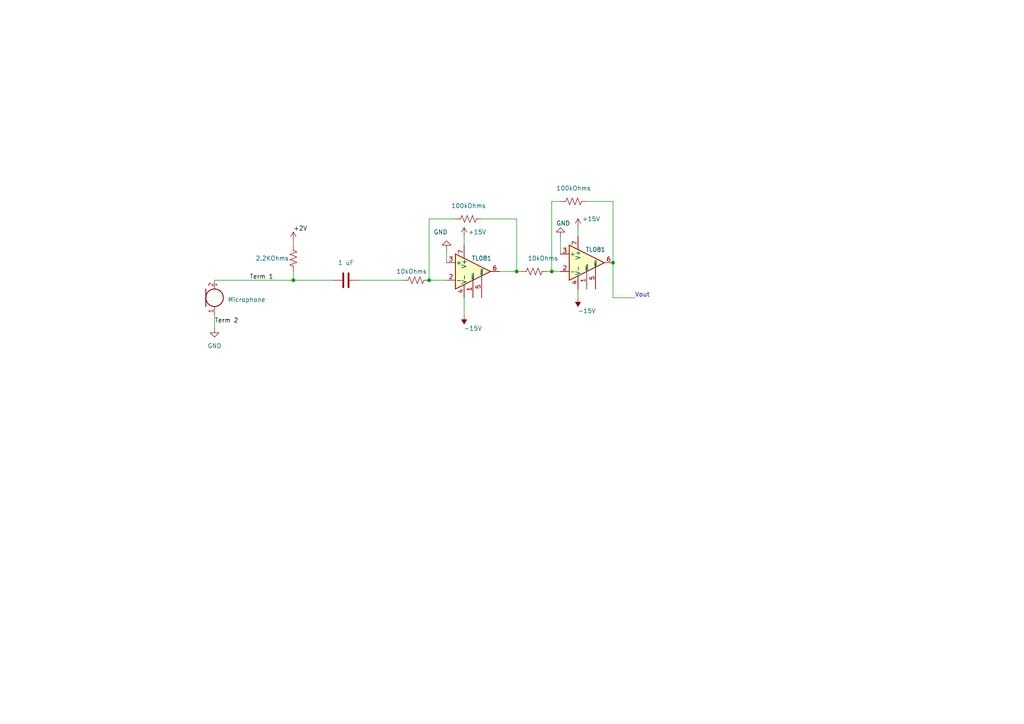
<source format=kicad_sch>
(kicad_sch (version 20230121) (generator eeschema)
  (paper "A4")
  (lib_symbols
    (symbol "Amplifier_Operational:TL081" (pin_names (offset 0.127))
      (property "Reference" "U" (at 0 6.35 0))
      (property "Value" "TL081" (at 0 3.81 0))
      (symbol "TL081_0_1"
        (polyline (pts (xy -5.08 5.08) (xy 5.08 0) (xy -5.08 -5.08) (xy -5.08 5.08)) (stroke (width 0.254)) (fill (type background)))
      )
      (symbol "TL081_1_1"
        (pin input line (at 0 -7.62 90) (length 5.08) (name "NULL") (number "1"))
        (pin input line (at -7.62 -2.54 0) (length 2.54) (name "-") (number "2"))
        (pin input line (at -7.62 2.54 0) (length 2.54) (name "+") (number "3"))
        (pin power_in line (at -2.54 -7.62 90) (length 3.81) (name "V-") (number "4"))
        (pin input line (at 2.54 -7.62 90) (length 6.35) (name "NULL") (number "5"))
        (pin output line (at 7.62 0 180) (length 2.54) (name "~") (number "6"))
        (pin power_in line (at -2.54 7.62 270) (length 3.81) (name "V+") (number "7"))
        (pin no_connect line (at 0 2.54 270) (length 2.54) hide (name "NC") (number "8"))
      )
    )
    (symbol "Device:C" (pin_numbers hide) (pin_names (offset 0.254))
      (property "Reference" "C" (at 0.635 2.54 0))
      (property "Value" "C" (at 0.635 -2.54 0))
      (symbol "C_0_1"
        (polyline (pts (xy -2.032 -0.762) (xy 2.032 -0.762)) (stroke (width 0.508)))
        (polyline (pts (xy -2.032 0.762) (xy 2.032 0.762)) (stroke (width 0.508)))
      )
      (symbol "C_1_1"
        (pin passive line (at 0 3.81 270) (length 2.794) (name "~") (number "1"))
        (pin passive line (at 0 -3.81 90) (length 2.794) (name "~") (number "2"))
      )
    )
    (symbol "Device:Microphone" (pin_names (offset 0.0254) hide)
      (property "Reference" "MK" (at -3.81 1.27 0))
      (property "Value" "Microphone" (at -3.81 -0.635 0))
      (symbol "Microphone_0_1"
        (polyline (pts (xy -2.54 2.54) (xy -2.54 -2.54)) (stroke (width 0.254)))
        (polyline (pts (xy 0.254 3.81) (xy 0.762 3.81)))
        (polyline (pts (xy 0.508 4.064) (xy 0.508 3.556)))
        (circle (center 0 0) (radius 2.54) (stroke (width 0.254)))
      )
      (symbol "Microphone_1_1"
        (pin passive line (at 0 -5.08 90) (length 2.54) (name "-") (number "1"))
        (pin passive line (at 0 5.08 270) (length 2.54) (name "+") (number "2"))
      )
    )
    (symbol "Device:R_US" (pin_numbers hide) (pin_names (offset 0))
      (property "Reference" "R" (at 2.54 0 90))
      (property "Value" "R_US" (at -2.54 0 90))
      (symbol "R_US_0_1"
        (polyline (pts (xy 0 -2.286) (xy 0 -2.54)))
        (polyline (pts (xy 0 2.286) (xy 0 2.54)))
        (polyline (pts (xy 0 -0.762) (xy 1.016 -1.143) (xy 0 -1.524) (xy -1.016 -1.905) (xy 0 -2.286)))
        (polyline (pts (xy 0 0.762) (xy 1.016 0.381) (xy 0 0) (xy -1.016 -0.381) (xy 0 -0.762)))
        (polyline (pts (xy 0 2.286) (xy 1.016 1.905) (xy 0 1.524) (xy -1.016 1.143) (xy 0 0.762)))
      )
      (symbol "R_US_1_1"
        (pin passive line (at 0 3.81 270) (length 1.27) (name "~") (number "1"))
        (pin passive line (at 0 -3.81 90) (length 1.27) (name "~") (number "2"))
      )
    )
    (symbol "power:+15V" (power) (pin_names (offset 0))
      (property "Value" "+15V" (at 0 3.556 0))
      (symbol "+15V_0_1"
        (polyline (pts (xy -0.762 1.27) (xy 0 2.54)))
        (polyline (pts (xy 0 0) (xy 0 2.54)))
        (polyline (pts (xy 0 2.54) (xy 0.762 1.27)))
      )
      (symbol "+15V_1_1"
        (pin power_in line (at 0 0 90) (length 0) hide (name "+15V") (number "1"))
      )
    )
    (symbol "power:+5V" (power) (pin_names (offset 0))
      (property "Value" "+5V" (at 0 3.556 0))
      (symbol "+5V_0_1"
        (polyline (pts (xy -0.762 1.27) (xy 0 2.54)))
        (polyline (pts (xy 0 0) (xy 0 2.54)))
        (polyline (pts (xy 0 2.54) (xy 0.762 1.27)))
      )
      (symbol "+5V_1_1"
        (pin power_in line (at 0 0 90) (length 0) hide (name "+5V") (number "1"))
      )
    )
    (symbol "power:-15V" (power) (pin_names (offset 0))
      (property "Value" "-15V" (at 0 3.81 0))
      (symbol "-15V_0_0"
        (pin power_in line (at 0 0 90) (length 0) hide (name "-15V") (number "1"))
      )
      (symbol "-15V_0_1"
        (polyline (pts (xy 0 0) (xy 0 1.27) (xy 0.762 1.27) (xy 0 2.54) (xy -0.762 1.27) (xy 0 1.27)) (fill (type outline)))
      )
    )
    (symbol "power:GND" (power) (pin_names (offset 0))
      (property "Value" "GND" (at 0 -3.81 0))
      (symbol "GND_0_1"
        (polyline (pts (xy 0 0) (xy 0 -1.27) (xy 1.27 -1.27) (xy 0 -2.54) (xy -1.27 -1.27) (xy 0 -1.27)))
      )
      (symbol "GND_1_1"
        (pin power_in line (at 0 0 270) (length 0) hide (name "GND") (number "1"))
      )
    )
  )
  (junction (at 124.46 81.28))
  (junction (at 160.02 78.74))
  (junction (at 85.09 81.28))
  (junction (at 149.86 78.74))
  (junction (at 177.8 76.2))
  (wire (pts (xy 162.56 68.58) (xy 162.56 73.66)))
  (wire (pts (xy 170.18 58.42) (xy 177.8 58.42)))
  (wire (pts (xy 124.46 63.5) (xy 132.08 63.5)))
  (wire (pts (xy 124.46 81.28) (xy 129.54 81.28)))
  (wire (pts (xy 177.8 86.36) (xy 184.15 86.36)))
  (wire (pts (xy 124.46 81.28) (xy 124.46 63.5)))
  (wire (pts (xy 167.64 83.82) (xy 167.64 86.36)))
  (wire (pts (xy 139.7 63.5) (xy 149.86 63.5)))
  (wire (pts (xy 129.54 72.39) (xy 129.54 76.2)))
  (wire (pts (xy 158.75 78.74) (xy 160.02 78.74)))
  (wire (pts (xy 160.02 58.42) (xy 160.02 78.74)))
  (wire (pts (xy 160.02 78.74) (xy 162.56 78.74)))
  (wire (pts (xy 85.09 71.12) (xy 85.09 69.85)))
  (wire (pts (xy 134.62 86.36) (xy 134.62 91.44)))
  (wire (pts (xy 85.09 81.28) (xy 96.52 81.28)))
  (wire (pts (xy 149.86 78.74) (xy 151.13 78.74)))
  (wire (pts (xy 177.8 58.42) (xy 177.8 76.2)))
  (wire (pts (xy 149.86 63.5) (xy 149.86 78.74)))
  (wire (pts (xy 104.14 81.28) (xy 116.84 81.28)))
  (wire (pts (xy 62.23 91.44) (xy 62.23 95.25)))
  (wire (pts (xy 167.64 68.58) (xy 167.64 66.04)))
  (wire (pts (xy 134.62 68.58) (xy 134.62 71.12)))
  (wire (pts (xy 144.78 78.74) (xy 149.86 78.74)))
  (wire (pts (xy 62.23 81.28) (xy 85.09 81.28)))
  (wire (pts (xy 85.09 78.74) (xy 85.09 81.28)))
  (wire (pts (xy 160.02 58.42) (xy 162.56 58.42)))
  (wire (pts (xy 177.8 76.2) (xy 177.8 86.36)))
  (text "Vout" (at 184.15 86.36 0) (effects (font (size 1.27 1.27)) (justify left bottom)))
  (label "Term 1" (at 72.39 81.28 0))
  (label "+2V" (at 85.09 67.31 0))
  (label "Term 2" (at 62.23 93.98 0))
  (symbol (lib_id "Device:R_US") (at 166.37 58.42 90) (unit 1)
    (property "Reference" "R4" (effects hide))
    (property "Value" "100kOhms" (at 166.37 54.61 90))
  )
  (symbol (lib_id "power:+15V") (at 167.64 66.04 0) (unit 1)
    (property "Reference" "#PWR07" (effects hide))
    (property "Value" "+15V" (at 171.45 63.5 0))
  )
  (symbol (lib_id "power:+5V") (at 85.09 69.85 0) (unit 1)
    (property "Reference" "#PWR02" (effects hide))
    (property "Value" "+5V" (effects hide))
  )
  (symbol (lib_id "power:+15V") (at 134.62 68.58 0) (unit 1)
    (property "Reference" "#PWR05" (effects hide))
    (property "Value" "+15V" (at 138.43 67.31 0))
  )
  (symbol (lib_id "Amplifier_Operational:TL081") (at 170.18 76.2 0) (unit 1)
    (property "Reference" "U2" (effects hide))
    (property "Value" "TL081" (at 172.72 72.39 0))
    (property "Datasheet" "http://www.ti.com/lit/ds/symlink/tl081.pdf" (effects hide))
  )
  (symbol (lib_id "Device:R_US") (at 135.89 63.5 90) (unit 1)
    (property "Reference" "R2" (effects hide))
    (property "Value" "100kOhms" (at 135.89 59.69 90))
  )
  (symbol (lib_id "power:GND") (at 129.54 72.39 180) (unit 1)
    (property "Reference" "#PWR03" (effects hide))
    (property "Value" "GND" (at 125.73 67.31 0) (effects (justify right)))
  )
  (symbol (lib_id "power:GND") (at 162.56 68.58 180) (unit 1)
    (property "Reference" "#PWR04" (effects hide))
    (property "Value" "GND" (at 161.29 64.77 0) (effects (justify right)))
  )
  (symbol (lib_id "Device:R_US") (at 85.09 74.93 180) (unit 1)
    (property "Reference" "2.2KOhms" (at 83.82 74.93 0) (effects (justify left)))
    (property "Value" "R_US" (effects hide))
  )
  (symbol (lib_id "Device:R_US") (at 120.65 81.28 90) (unit 1)
    (property "Reference" "R1" (effects hide))
    (property "Value" "10kOhms" (at 119.38 78.74 90))
  )
  (symbol (lib_id "power:GND") (at 62.23 95.25 0) (unit 1)
    (property "Reference" "#PWR01" (effects hide))
    (property "Value" "GND" (at 62.23 100.33 0))
  )
  (symbol (lib_id "Device:C") (at 100.33 81.28 90) (unit 1)
    (property "Reference" "C1" (effects hide))
    (property "Value" "1 uF" (at 100.33 76.2 90))
  )
  (symbol (lib_id "power:-15V") (at 167.64 86.36 180) (unit 1)
    (property "Reference" "#PWR08" (effects hide))
    (property "Value" "-15V" (at 170.18 90.17 0))
  )
  (symbol (lib_id "Device:R_US") (at 154.94 78.74 90) (unit 1)
    (property "Reference" "R3" (effects hide))
    (property "Value" "10kOhms" (at 157.48 74.93 90))
  )
  (symbol (lib_id "Device:Microphone") (at 62.23 86.36 0) (unit 1)
    (property "Reference" "Microphone" (effects hide))
    (property "Value" "Microphone" (at 66.04 86.9315 0) (effects (justify left)))
  )
  (symbol (lib_id "power:-15V") (at 134.62 91.44 180) (unit 1)
    (property "Reference" "#PWR06" (effects hide))
    (property "Value" "-15V" (at 137.16 95.25 0))
  )
  (symbol (lib_id "Amplifier_Operational:TL081") (at 137.16 78.74 0) (unit 1)
    (property "Reference" "U1" (effects hide))
    (property "Value" "TL081" (at 139.7 74.93 0))
    (property "Datasheet" "http://www.ti.com/lit/ds/symlink/tl081.pdf" (effects hide))
  )
)
</source>
